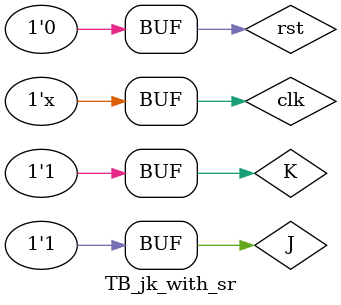
<source format=v>
module TB_jk_with_sr();
    reg clk;
    reg J;
    reg K;
    reg rst;
    wire Q;
    wire Qb;

    jk_with_sr uut (.clk(clk), .J(J), .K(K), .Q(Q), .Qb(Qb), .rst(rst));

    initial begin
        clk = 1'b0;
        rst = 1'b1;
        J = 1'b0;
        K = 1'b0;

        #10 rst = 1'b0;
        #10 J = 1'b1; K = 1'b0;
        #10 J = 1'b0; K = 1'b1;
        #10 J = 1'b1; K = 1'b1;
        #10 J = 1'b0; K = 1'b0;
        #10 J = 1'b1; K = 1'b0;
        #10 J = 1'b1; K = 1'b1;
        #10 J = 1'b0; K = 1'b1;
        #10 rst = 1'b1;
        #10 rst = 1'b0; J = 1'b1; K = 1'b1;
    end

    always #5 clk = ~clk;
endmodule


</source>
